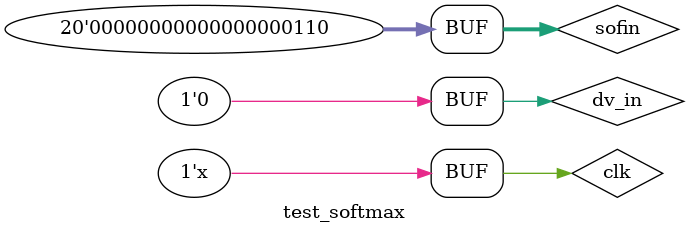
<source format=v>
`timescale 1ns / 1ps


module test_softmax;

	// Inputs
	reg clk;
	reg dv_in;
	reg [19:0] sofin;

	// Outputs
	wire dv_out;
	wire [10:0] sofout;

	// Instantiate the Unit Under Test (UUT)
	softmax uut (
		.clk(clk), 
		.dv_in(dv_in), 
		.dv_out(dv_out), 
		.sofin(sofin), 
		.sofout(sofout)
	);
	parameter STEP = 20;
	parameter STEP_half=10;
	always begin
		#STEP_half;
		clk<=~clk;
	end
	
	initial begin
		// Initialize Inputs
		clk = 0;
		dv_in = 0;
		sofin = 0;
		#1000;
		dv_in = 1;
		sofin = 8*667;
		#20;
		sofin = 8*286;
		#20;
		sofin = 8*502;
		#20;
		sofin = 8*846;
		#20;
		sofin = 8*113;
		#20;
		sofin = 8*454;
		#20;
		sofin = 8*870;
		#20;
		sofin = 8*568;
		#20;
		sofin = 8*389;
		#20;
		sofin = 8*408;
		#20;
		sofin = 8*884;
		#20;
		sofin = 8*763;
		#20;
		sofin = 8*6;
		#20;
		dv_in = 0;
		
		#5000;
		dv_in = 1;
		sofin = 667;
		#20;
		sofin = 286;
		#20;
		sofin = 502;
		#20;
		sofin = 846;
		#20;
		sofin = 113;
		#20;
		sofin = 454;
		#20;
		sofin = 870;
		#20;
		sofin = 568;
		#20;
		sofin = 389;
		#20;
		sofin = 408;
		#20;
		sofin = 884;
		#20;
		sofin = 763;
		#20;
		sofin = 6;
		#20;
		dv_in = 0;
		// Wait 100 ns for global reset to finish
		#100;
        
		// Add stimulus here

	end
      
endmodule


</source>
